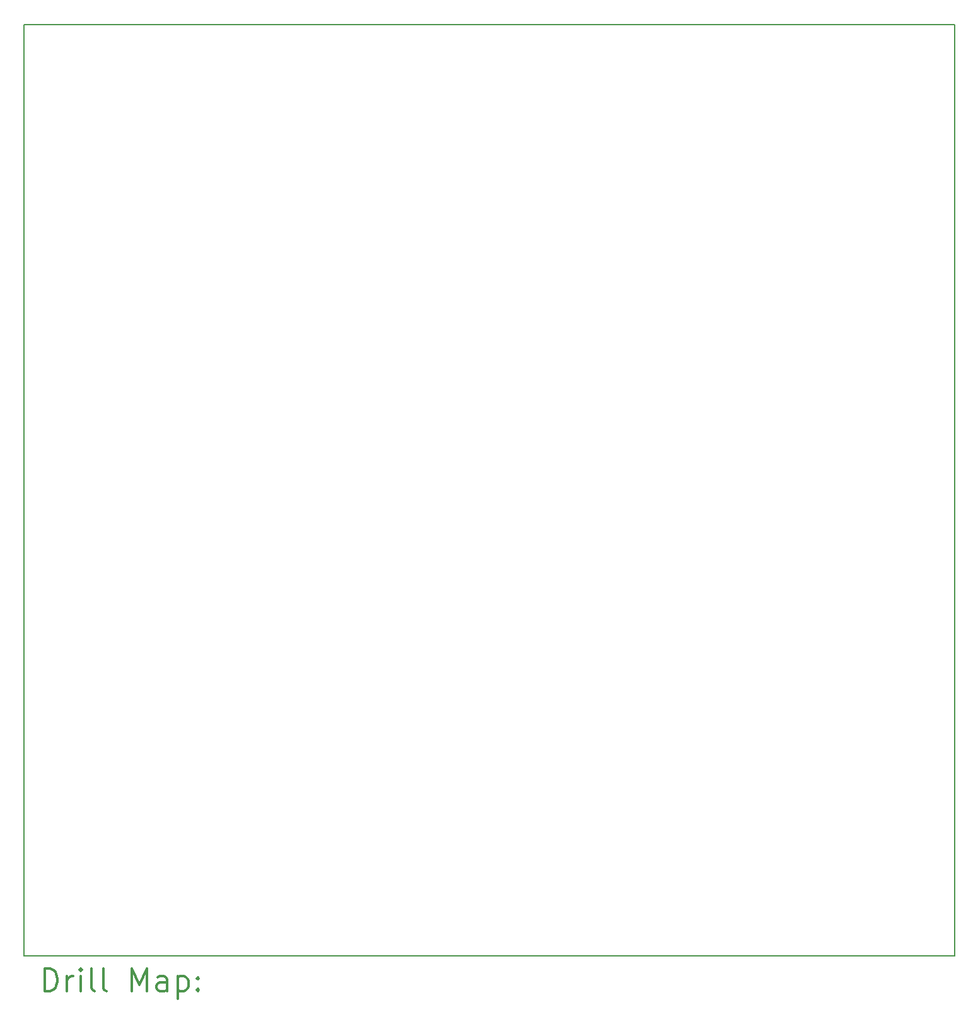
<source format=gbr>
%FSLAX45Y45*%
G04 Gerber Fmt 4.5, Leading zero omitted, Abs format (unit mm)*
G04 Created by KiCad (PCBNEW (5.1.10)-1) date 2021-05-13 19:21:07*
%MOMM*%
%LPD*%
G01*
G04 APERTURE LIST*
%TA.AperFunction,Profile*%
%ADD10C,0.150000*%
%TD*%
%ADD11C,0.200000*%
%ADD12C,0.300000*%
G04 APERTURE END LIST*
D10*
X14998700Y-17995900D02*
X14998700Y-5499100D01*
X2501900Y-17995900D02*
X14998700Y-17995900D01*
X2501900Y-5499100D02*
X2501900Y-17995900D01*
X14998700Y-5499100D02*
X2501900Y-5499100D01*
D11*
D12*
X2780828Y-18469114D02*
X2780828Y-18169114D01*
X2852257Y-18169114D01*
X2895114Y-18183400D01*
X2923686Y-18211972D01*
X2937971Y-18240543D01*
X2952257Y-18297686D01*
X2952257Y-18340543D01*
X2937971Y-18397686D01*
X2923686Y-18426257D01*
X2895114Y-18454829D01*
X2852257Y-18469114D01*
X2780828Y-18469114D01*
X3080828Y-18469114D02*
X3080828Y-18269114D01*
X3080828Y-18326257D02*
X3095114Y-18297686D01*
X3109400Y-18283400D01*
X3137971Y-18269114D01*
X3166543Y-18269114D01*
X3266543Y-18469114D02*
X3266543Y-18269114D01*
X3266543Y-18169114D02*
X3252257Y-18183400D01*
X3266543Y-18197686D01*
X3280828Y-18183400D01*
X3266543Y-18169114D01*
X3266543Y-18197686D01*
X3452257Y-18469114D02*
X3423686Y-18454829D01*
X3409400Y-18426257D01*
X3409400Y-18169114D01*
X3609400Y-18469114D02*
X3580828Y-18454829D01*
X3566543Y-18426257D01*
X3566543Y-18169114D01*
X3952257Y-18469114D02*
X3952257Y-18169114D01*
X4052257Y-18383400D01*
X4152257Y-18169114D01*
X4152257Y-18469114D01*
X4423686Y-18469114D02*
X4423686Y-18311972D01*
X4409400Y-18283400D01*
X4380828Y-18269114D01*
X4323686Y-18269114D01*
X4295114Y-18283400D01*
X4423686Y-18454829D02*
X4395114Y-18469114D01*
X4323686Y-18469114D01*
X4295114Y-18454829D01*
X4280828Y-18426257D01*
X4280828Y-18397686D01*
X4295114Y-18369114D01*
X4323686Y-18354829D01*
X4395114Y-18354829D01*
X4423686Y-18340543D01*
X4566543Y-18269114D02*
X4566543Y-18569114D01*
X4566543Y-18283400D02*
X4595114Y-18269114D01*
X4652257Y-18269114D01*
X4680828Y-18283400D01*
X4695114Y-18297686D01*
X4709400Y-18326257D01*
X4709400Y-18411972D01*
X4695114Y-18440543D01*
X4680828Y-18454829D01*
X4652257Y-18469114D01*
X4595114Y-18469114D01*
X4566543Y-18454829D01*
X4837971Y-18440543D02*
X4852257Y-18454829D01*
X4837971Y-18469114D01*
X4823686Y-18454829D01*
X4837971Y-18440543D01*
X4837971Y-18469114D01*
X4837971Y-18283400D02*
X4852257Y-18297686D01*
X4837971Y-18311972D01*
X4823686Y-18297686D01*
X4837971Y-18283400D01*
X4837971Y-18311972D01*
M02*

</source>
